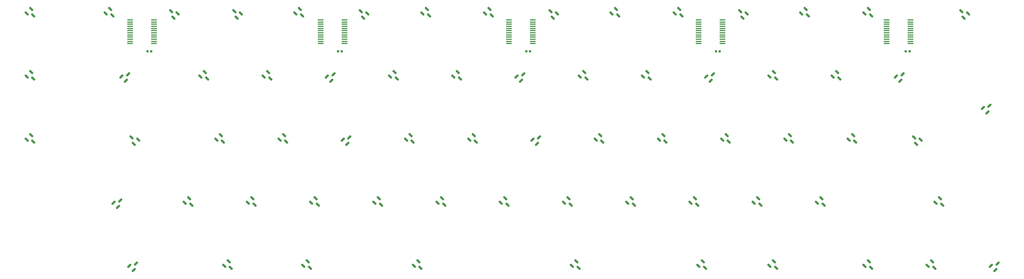
<source format=gbr>
%TF.GenerationSoftware,KiCad,Pcbnew,8.0.6*%
%TF.CreationDate,2024-12-02T23:32:27+01:00*%
%TF.ProjectId,layout_board,6c61796f-7574-45f6-926f-6172642e6b69,rev?*%
%TF.SameCoordinates,Original*%
%TF.FileFunction,Paste,Bot*%
%TF.FilePolarity,Positive*%
%FSLAX46Y46*%
G04 Gerber Fmt 4.6, Leading zero omitted, Abs format (unit mm)*
G04 Created by KiCad (PCBNEW 8.0.6) date 2024-12-02 23:32:27*
%MOMM*%
%LPD*%
G01*
G04 APERTURE LIST*
G04 Aperture macros list*
%AMRoundRect*
0 Rectangle with rounded corners*
0 $1 Rounding radius*
0 $2 $3 $4 $5 $6 $7 $8 $9 X,Y pos of 4 corners*
0 Add a 4 corners polygon primitive as box body*
4,1,4,$2,$3,$4,$5,$6,$7,$8,$9,$2,$3,0*
0 Add four circle primitives for the rounded corners*
1,1,$1+$1,$2,$3*
1,1,$1+$1,$4,$5*
1,1,$1+$1,$6,$7*
1,1,$1+$1,$8,$9*
0 Add four rect primitives between the rounded corners*
20,1,$1+$1,$2,$3,$4,$5,0*
20,1,$1+$1,$4,$5,$6,$7,0*
20,1,$1+$1,$6,$7,$8,$9,0*
20,1,$1+$1,$8,$9,$2,$3,0*%
G04 Aperture macros list end*
%ADD10RoundRect,0.150000X-0.309359X-0.521491X0.521491X0.309359X0.309359X0.521491X-0.521491X-0.309359X0*%
%ADD11RoundRect,0.150000X-0.521491X0.309359X0.309359X-0.521491X0.521491X-0.309359X-0.309359X0.521491X0*%
%ADD12RoundRect,0.150000X0.521491X-0.309359X-0.309359X0.521491X-0.521491X0.309359X0.309359X-0.521491X0*%
%ADD13R,1.750000X0.450000*%
%ADD14RoundRect,0.155000X0.212500X0.155000X-0.212500X0.155000X-0.212500X-0.155000X0.212500X-0.155000X0*%
G04 APERTURE END LIST*
D10*
%TO.C,U4:14*%
X329275413Y-113637087D03*
X327277836Y-114291161D03*
X328621339Y-115634664D03*
%TD*%
D11*
%TO.C,U4:12*%
X291175413Y-114962913D03*
X290521339Y-112965336D03*
X289177836Y-114308839D03*
%TD*%
%TO.C,U3:2*%
X86387913Y-95912913D03*
X85733839Y-93915336D03*
X84390336Y-95258839D03*
%TD*%
%TO.C,U2:5*%
X153062913Y-76862913D03*
X152408839Y-74865336D03*
X151065336Y-76208839D03*
%TD*%
%TO.C,U3:4*%
X124487913Y-95912913D03*
X123833839Y-93915336D03*
X122490336Y-95258839D03*
%TD*%
%TO.C,U2:9*%
X229262913Y-76862913D03*
X228608839Y-74865336D03*
X227265336Y-76208839D03*
%TD*%
%TO.C,U0:12*%
X272125413Y-38762913D03*
X271471339Y-36765336D03*
X270127836Y-38108839D03*
%TD*%
D12*
%TO.C,U0:8*%
X194599587Y-37437087D03*
X195253661Y-39434664D03*
X196597164Y-38091161D03*
%TD*%
%TO.C,U0:2*%
X80299587Y-37437087D03*
X80953661Y-39434664D03*
X82297164Y-38091161D03*
%TD*%
D11*
%TO.C,U4:5*%
X155444163Y-114962913D03*
X154790089Y-112965336D03*
X153446586Y-114308839D03*
%TD*%
%TO.C,U2:11*%
X267362913Y-76862913D03*
X266708839Y-74865336D03*
X265365336Y-76208839D03*
%TD*%
%TO.C,U0:13*%
X291175413Y-38762913D03*
X290521339Y-36765336D03*
X289177836Y-38108839D03*
%TD*%
%TO.C,U2:8*%
X210212913Y-76862913D03*
X209558839Y-74865336D03*
X208215336Y-76208839D03*
%TD*%
%TO.C,U1:0*%
X38762913Y-57812913D03*
X38108839Y-55815336D03*
X36765336Y-57158839D03*
%TD*%
%TO.C,U0:1*%
X62575413Y-38762913D03*
X61921339Y-36765336D03*
X60577836Y-38108839D03*
%TD*%
%TO.C,U3:5*%
X143537913Y-95912913D03*
X142883839Y-93915336D03*
X141540336Y-95258839D03*
%TD*%
%TO.C,U1:12*%
X281650413Y-57812913D03*
X280996339Y-55815336D03*
X279652836Y-57158839D03*
%TD*%
%TO.C,U4:10*%
X262600413Y-114962913D03*
X261946339Y-112965336D03*
X260602836Y-114308839D03*
%TD*%
%TO.C,U2:6*%
X172112913Y-76862913D03*
X171458839Y-74865336D03*
X170115336Y-76208839D03*
%TD*%
%TO.C,U3:11*%
X257837913Y-95912913D03*
X257183839Y-93915336D03*
X255840336Y-95258839D03*
%TD*%
%TO.C,U3:6*%
X162587913Y-95912913D03*
X161933839Y-93915336D03*
X160590336Y-95258839D03*
%TD*%
D10*
%TO.C,U2:4*%
X134012913Y-75537087D03*
X132015336Y-76191161D03*
X133358839Y-77534664D03*
%TD*%
%TO.C,U1:13*%
X300700413Y-56487087D03*
X298702836Y-57141161D03*
X300046339Y-58484664D03*
%TD*%
D11*
%TO.C,U2:3*%
X114962913Y-76862913D03*
X114308839Y-74865336D03*
X112965336Y-76208839D03*
%TD*%
D10*
%TO.C,U4:1*%
X69719163Y-113637087D03*
X67721586Y-114291161D03*
X69065089Y-115634664D03*
%TD*%
D11*
%TO.C,U0:0*%
X38762913Y-38762913D03*
X38108839Y-36765336D03*
X36765336Y-38108839D03*
%TD*%
D12*
%TO.C,U0:14*%
X318424587Y-37437087D03*
X319078661Y-39434664D03*
X320422164Y-38091161D03*
%TD*%
D11*
%TO.C,U0:7*%
X176875413Y-38762913D03*
X176221339Y-36765336D03*
X174877836Y-38108839D03*
%TD*%
%TO.C,U3:9*%
X219737913Y-95912913D03*
X219083839Y-93915336D03*
X217740336Y-95258839D03*
%TD*%
%TO.C,U1:11*%
X262600413Y-57812913D03*
X261946339Y-55815336D03*
X260602836Y-57158839D03*
%TD*%
D10*
%TO.C,U1:7*%
X186400413Y-56487087D03*
X184402836Y-57141161D03*
X185746339Y-58484664D03*
%TD*%
D11*
%TO.C,U0:10*%
X234025413Y-38762913D03*
X233371339Y-36765336D03*
X232027836Y-38108839D03*
%TD*%
%TO.C,U1:9*%
X224500413Y-57812913D03*
X223846339Y-55815336D03*
X222502836Y-57158839D03*
%TD*%
D10*
%TO.C,U1:10*%
X243550413Y-56487087D03*
X241552836Y-57141161D03*
X242896339Y-58484664D03*
%TD*%
D11*
%TO.C,U2:0*%
X38762913Y-76862913D03*
X38108839Y-74865336D03*
X36765336Y-76208839D03*
%TD*%
D12*
%TO.C,U0:5*%
X137449587Y-37437087D03*
X138103661Y-39434664D03*
X139447164Y-38091161D03*
%TD*%
%TO.C,U0:3*%
X99349587Y-37437087D03*
X100003661Y-39434664D03*
X101347164Y-38091161D03*
%TD*%
D11*
%TO.C,U3:13*%
X312606663Y-95912913D03*
X311952589Y-93915336D03*
X310609086Y-95258839D03*
%TD*%
%TO.C,U1:2*%
X91150413Y-57812913D03*
X90496339Y-55815336D03*
X89152836Y-57158839D03*
%TD*%
%TO.C,U1:5*%
X148300413Y-57812913D03*
X147646339Y-55815336D03*
X146302836Y-57158839D03*
%TD*%
%TO.C,U0:4*%
X119725413Y-38762913D03*
X119071339Y-36765336D03*
X117727836Y-38108839D03*
%TD*%
D12*
%TO.C,U0:11*%
X251749587Y-37437087D03*
X252403661Y-39434664D03*
X253747164Y-38091161D03*
%TD*%
D11*
%TO.C,U1:6*%
X167350413Y-57812913D03*
X166696339Y-55815336D03*
X165352836Y-57158839D03*
%TD*%
%TO.C,U3:10*%
X238787913Y-95912913D03*
X238133839Y-93915336D03*
X236790336Y-95258839D03*
%TD*%
D10*
%TO.C,U3:1*%
X64956663Y-94587087D03*
X62959086Y-95241161D03*
X64302589Y-96584664D03*
%TD*%
%TO.C,U1:4*%
X129250413Y-56487087D03*
X127252836Y-57141161D03*
X128596339Y-58484664D03*
%TD*%
D11*
%TO.C,U3:3*%
X105437913Y-95912913D03*
X104783839Y-93915336D03*
X103440336Y-95258839D03*
%TD*%
%TO.C,U0:9*%
X214975413Y-38762913D03*
X214321339Y-36765336D03*
X212977836Y-38108839D03*
%TD*%
%TO.C,U3:12*%
X276887913Y-95912913D03*
X276233839Y-93915336D03*
X274890336Y-95258839D03*
%TD*%
%TO.C,U0:6*%
X158016038Y-38762913D03*
X157361964Y-36765336D03*
X156018461Y-38108839D03*
%TD*%
%TO.C,U2:2*%
X95912913Y-76862913D03*
X95258839Y-74865336D03*
X93915336Y-76208839D03*
%TD*%
D10*
%TO.C,U1:1*%
X67337913Y-56487087D03*
X65340336Y-57141161D03*
X66683839Y-58484664D03*
%TD*%
D11*
%TO.C,U1:3*%
X110200413Y-57812913D03*
X109546339Y-55815336D03*
X108202836Y-57158839D03*
%TD*%
%TO.C,U2:12*%
X286412913Y-76862913D03*
X285758839Y-74865336D03*
X284415336Y-76208839D03*
%TD*%
%TO.C,U4:2*%
X98294163Y-114962913D03*
X97640089Y-112965336D03*
X96296586Y-114308839D03*
%TD*%
%TO.C,U4:13*%
X310225413Y-114962913D03*
X309571339Y-112965336D03*
X308227836Y-114308839D03*
%TD*%
%TO.C,U3:7*%
X181637913Y-95912913D03*
X180983839Y-93915336D03*
X179640336Y-95258839D03*
%TD*%
%TO.C,U1:8*%
X205450413Y-57812913D03*
X204796339Y-55815336D03*
X203452836Y-57158839D03*
%TD*%
D12*
%TO.C,U2:13*%
X304137087Y-75537087D03*
X304791161Y-77534664D03*
X306134664Y-76191161D03*
%TD*%
D11*
%TO.C,U3:8*%
X200687913Y-95912913D03*
X200033839Y-93915336D03*
X198690336Y-95258839D03*
%TD*%
%TO.C,U2:10*%
X248312913Y-76862913D03*
X247658839Y-74865336D03*
X246315336Y-76208839D03*
%TD*%
%TO.C,U4:9*%
X241169163Y-114962913D03*
X240515089Y-112965336D03*
X239171586Y-114308839D03*
%TD*%
D10*
%TO.C,U2:7*%
X191162913Y-75537087D03*
X189165336Y-76191161D03*
X190508839Y-77534664D03*
%TD*%
%TO.C,U1:14*%
X326894163Y-66012087D03*
X324896586Y-66666161D03*
X326240089Y-68009664D03*
%TD*%
D12*
%TO.C,U2:1*%
X68393337Y-75537087D03*
X69047411Y-77534664D03*
X70390914Y-76191161D03*
%TD*%
D11*
%TO.C,U4:3*%
X122106663Y-114962913D03*
X121452589Y-112965336D03*
X120109086Y-114308839D03*
%TD*%
%TO.C,U4:7*%
X203069163Y-114962913D03*
X202415089Y-112965336D03*
X201071586Y-114308839D03*
%TD*%
D13*
%TO.C,U2*%
X125332744Y-47218279D03*
X125332744Y-46568279D03*
X125332744Y-45918279D03*
X125332744Y-45268279D03*
X125332744Y-44618279D03*
X125332744Y-43968279D03*
X125332744Y-43318279D03*
X125332744Y-42668279D03*
X125332744Y-42018279D03*
X125332744Y-41368279D03*
X125332744Y-40718279D03*
X125332744Y-40068279D03*
X132532744Y-40068279D03*
X132532744Y-40718279D03*
X132532744Y-41368279D03*
X132532744Y-42018279D03*
X132532744Y-42668279D03*
X132532744Y-43318279D03*
X132532744Y-43968279D03*
X132532744Y-44618279D03*
X132532744Y-45268279D03*
X132532744Y-45918279D03*
X132532744Y-46568279D03*
X132532744Y-47218279D03*
%TD*%
D14*
%TO.C,C68*%
X74311774Y-49559724D03*
X73176774Y-49559724D03*
%TD*%
%TO.C,C69*%
X131722175Y-49596931D03*
X130587175Y-49596931D03*
%TD*%
D13*
%TO.C,U4*%
X239260578Y-47218279D03*
X239260578Y-46568279D03*
X239260579Y-45918279D03*
X239260578Y-45268279D03*
X239260578Y-44618280D03*
X239260578Y-43968279D03*
X239260578Y-43318279D03*
X239260578Y-42668278D03*
X239260578Y-42018279D03*
X239260579Y-41368279D03*
X239260578Y-40718279D03*
X239260578Y-40068279D03*
X246460578Y-40068279D03*
X246460578Y-40718279D03*
X246460577Y-41368279D03*
X246460578Y-42018279D03*
X246460578Y-42668278D03*
X246460578Y-43318279D03*
X246460578Y-43968279D03*
X246460578Y-44618280D03*
X246460578Y-45268279D03*
X246460577Y-45918279D03*
X246460578Y-46568279D03*
X246460578Y-47218279D03*
%TD*%
D14*
%TO.C,C71*%
X245612802Y-49522517D03*
X244477802Y-49522517D03*
%TD*%
%TO.C,C72*%
X302799961Y-49559724D03*
X301664961Y-49559724D03*
%TD*%
D13*
%TO.C,U1*%
X67947930Y-47218279D03*
X67947930Y-46568279D03*
X67947930Y-45918279D03*
X67947930Y-45268279D03*
X67947930Y-44618279D03*
X67947930Y-43968279D03*
X67947930Y-43318279D03*
X67947930Y-42668279D03*
X67947930Y-42018279D03*
X67947930Y-41368279D03*
X67947930Y-40718279D03*
X67947930Y-40068279D03*
X75147930Y-40068279D03*
X75147930Y-40718279D03*
X75147930Y-41368279D03*
X75147930Y-42018279D03*
X75147930Y-42668279D03*
X75147930Y-43318279D03*
X75147930Y-43968279D03*
X75147930Y-44618279D03*
X75147930Y-45268279D03*
X75147930Y-45918279D03*
X75147930Y-46568279D03*
X75147930Y-47218279D03*
%TD*%
%TO.C,U3*%
X182110626Y-47218279D03*
X182110626Y-46568279D03*
X182110627Y-45918279D03*
X182110626Y-45268279D03*
X182110626Y-44618280D03*
X182110626Y-43968279D03*
X182110626Y-43318279D03*
X182110626Y-42668278D03*
X182110626Y-42018279D03*
X182110627Y-41368279D03*
X182110626Y-40718279D03*
X182110626Y-40068279D03*
X189310626Y-40068279D03*
X189310626Y-40718279D03*
X189310625Y-41368279D03*
X189310626Y-42018279D03*
X189310626Y-42668278D03*
X189310626Y-43318279D03*
X189310626Y-43968279D03*
X189310626Y-44618280D03*
X189310626Y-45268279D03*
X189310625Y-45918279D03*
X189310626Y-46568279D03*
X189310626Y-47218279D03*
%TD*%
%TO.C,U5*%
X295851016Y-47218279D03*
X295851016Y-46568279D03*
X295851017Y-45918279D03*
X295851016Y-45268279D03*
X295851016Y-44618280D03*
X295851016Y-43968279D03*
X295851016Y-43318279D03*
X295851016Y-42668278D03*
X295851016Y-42018279D03*
X295851017Y-41368279D03*
X295851016Y-40718279D03*
X295851016Y-40068279D03*
X303051016Y-40068279D03*
X303051016Y-40718279D03*
X303051015Y-41368279D03*
X303051016Y-42018279D03*
X303051016Y-42668278D03*
X303051016Y-43318279D03*
X303051016Y-43968279D03*
X303051016Y-44618280D03*
X303051016Y-45268279D03*
X303051015Y-45918279D03*
X303051016Y-46568279D03*
X303051016Y-47218279D03*
%TD*%
D14*
%TO.C,C70*%
X188462850Y-49522517D03*
X187327850Y-49522517D03*
%TD*%
M02*

</source>
